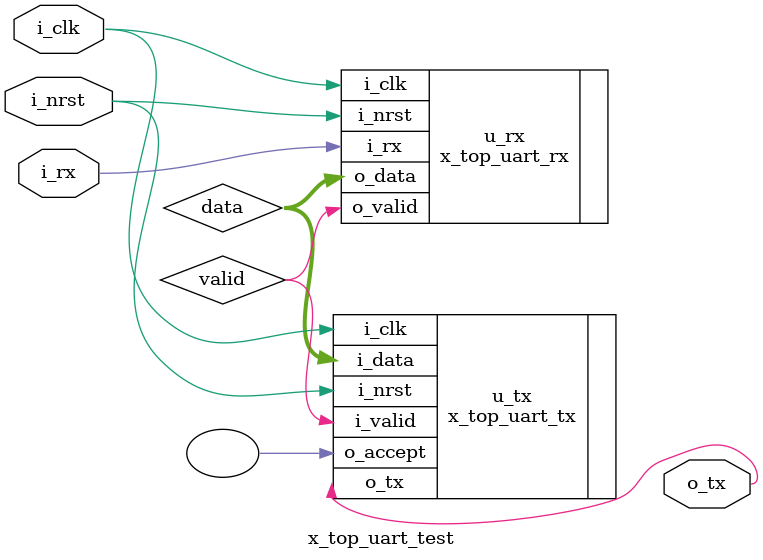
<source format=sv>
module x_top_uart_test#(
   p_clk_hz = 1000000, 
   p_baud   = 9600
)(
   input    logic       i_clk,
   input    logic       i_nrst,
   input    logic       i_rx,
   output   logic       o_tx
);

   logic [7:0] data;
   logic       valid;

   x_top_uart_tx #(
      .p_clk_hz   (p_clk_hz   ),
      .p_baud     (p_baud     )
   ) u_tx (
      .i_clk      (i_clk      ),
      .i_nrst     (i_nrst     ),
      .i_data     (data       ),
      .o_tx       (o_tx       ),
      .i_valid    (valid      ),
      .o_accept   (           )
   );

   x_top_uart_rx #(
      .p_clk_hz   (p_clk_hz   ),
      .p_baud     (p_baud     )
   ) u_rx (
      .i_clk      (i_clk      ),
      .i_nrst     (i_nrst     ),
      .i_rx       (i_rx       ),
      .o_valid    (valid      ),
      .o_data     (data       )
   );
endmodule

</source>
